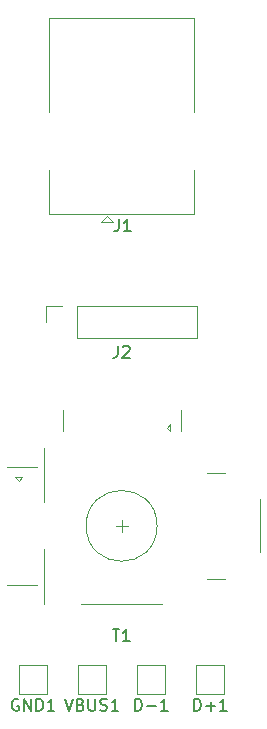
<source format=gbr>
%TF.GenerationSoftware,KiCad,Pcbnew,5.1.9-1.fc33*%
%TF.CreationDate,2021-01-14T18:54:11+01:00*%
%TF.ProjectId,Bottom,426f7474-6f6d-42e6-9b69-6361645f7063,rev?*%
%TF.SameCoordinates,PX4c4b400PY7270e00*%
%TF.FileFunction,Legend,Top*%
%TF.FilePolarity,Positive*%
%FSLAX46Y46*%
G04 Gerber Fmt 4.6, Leading zero omitted, Abs format (unit mm)*
G04 Created by KiCad (PCBNEW 5.1.9-1.fc33) date 2021-01-14 18:54:11*
%MOMM*%
%LPD*%
G01*
G04 APERTURE LIST*
%ADD10C,0.120000*%
%ADD11C,0.150000*%
G04 APERTURE END LIST*
D10*
%TO.C,J1*%
X26110000Y46400000D02*
X13890000Y46400000D01*
X26110000Y46400000D02*
X26110000Y50150000D01*
X13890000Y46400000D02*
X13890000Y50150000D01*
X26110000Y63020000D02*
X13890000Y63020000D01*
X13890000Y63020000D02*
X13890000Y55050000D01*
X26110000Y63020000D02*
X26110000Y55050000D01*
X18750000Y46200000D02*
X18250000Y45700000D01*
X18250000Y45700000D02*
X19250000Y45700000D01*
X19250000Y45700000D02*
X18750000Y46200000D01*
%TO.C,T1*%
X23000000Y20000000D02*
G75*
G03*
X23000000Y20000000I-3000000J0D01*
G01*
X20000000Y20500000D02*
X20000000Y19500000D01*
X19500000Y20000000D02*
X20500000Y20000000D01*
X31700000Y17750000D02*
X31700000Y22250000D01*
X28750000Y24500000D02*
X27250000Y24500000D01*
X27250000Y15500000D02*
X28750000Y15500000D01*
X24100000Y28000000D02*
X23800000Y28300000D01*
X23800000Y28300000D02*
X24100000Y28600000D01*
X24100000Y28600000D02*
X24100000Y28000000D01*
X11600000Y24100000D02*
X11300000Y23800000D01*
X11300000Y23800000D02*
X11000000Y24100000D01*
X11000000Y24100000D02*
X11600000Y24100000D01*
X13400000Y18000000D02*
X13400000Y13400000D01*
X16600000Y13400000D02*
X23400000Y13400000D01*
X13400000Y22000000D02*
X13400000Y26600000D01*
X12800000Y25000000D02*
X10300000Y25000000D01*
X12800000Y15000000D02*
X10300000Y15000000D01*
X25000000Y28000000D02*
X25000000Y29800000D01*
X15000000Y28000000D02*
X15000000Y29800000D01*
%TO.C,GND1*%
X11300000Y8200000D02*
X13700000Y8200000D01*
X13700000Y8200000D02*
X13700000Y5800000D01*
X13700000Y5800000D02*
X11300000Y5800000D01*
X11300000Y5800000D02*
X11300000Y8200000D01*
%TO.C,D-1*%
X21300000Y8200000D02*
X23700000Y8200000D01*
X23700000Y8200000D02*
X23700000Y5800000D01*
X23700000Y5800000D02*
X21300000Y5800000D01*
X21300000Y5800000D02*
X21300000Y8200000D01*
%TO.C,D+1*%
X26300000Y5800000D02*
X26300000Y8200000D01*
X28700000Y5800000D02*
X26300000Y5800000D01*
X28700000Y8200000D02*
X28700000Y5800000D01*
X26300000Y8200000D02*
X28700000Y8200000D01*
%TO.C,VBUS1*%
X16300000Y8200000D02*
X18700000Y8200000D01*
X18700000Y8200000D02*
X18700000Y5800000D01*
X18700000Y5800000D02*
X16300000Y5800000D01*
X16300000Y5800000D02*
X16300000Y8200000D01*
%TO.C,J2*%
X16190000Y35920000D02*
X16190000Y38580000D01*
X16190000Y35920000D02*
X26410000Y35920000D01*
X26410000Y35920000D02*
X26410000Y38580000D01*
X16190000Y38580000D02*
X26410000Y38580000D01*
X13590000Y38580000D02*
X14920000Y38580000D01*
X13590000Y37250000D02*
X13590000Y38580000D01*
%TO.C,J1*%
D11*
X19766666Y45947620D02*
X19766666Y45233334D01*
X19719047Y45090477D01*
X19623809Y44995239D01*
X19480952Y44947620D01*
X19385714Y44947620D01*
X20766666Y44947620D02*
X20195238Y44947620D01*
X20480952Y44947620D02*
X20480952Y45947620D01*
X20385714Y45804762D01*
X20290476Y45709524D01*
X20195238Y45661905D01*
%TO.C,T1*%
X19238095Y11247620D02*
X19809523Y11247620D01*
X19523809Y10247620D02*
X19523809Y11247620D01*
X20666666Y10247620D02*
X20095238Y10247620D01*
X20380952Y10247620D02*
X20380952Y11247620D01*
X20285714Y11104762D01*
X20190476Y11009524D01*
X20095238Y10961905D01*
%TO.C,GND1*%
X11261904Y5300000D02*
X11166666Y5347620D01*
X11023809Y5347620D01*
X10880952Y5300000D01*
X10785714Y5204762D01*
X10738095Y5109524D01*
X10690476Y4919048D01*
X10690476Y4776191D01*
X10738095Y4585715D01*
X10785714Y4490477D01*
X10880952Y4395239D01*
X11023809Y4347620D01*
X11119047Y4347620D01*
X11261904Y4395239D01*
X11309523Y4442858D01*
X11309523Y4776191D01*
X11119047Y4776191D01*
X11738095Y4347620D02*
X11738095Y5347620D01*
X12309523Y4347620D01*
X12309523Y5347620D01*
X12785714Y4347620D02*
X12785714Y5347620D01*
X13023809Y5347620D01*
X13166666Y5300000D01*
X13261904Y5204762D01*
X13309523Y5109524D01*
X13357142Y4919048D01*
X13357142Y4776191D01*
X13309523Y4585715D01*
X13261904Y4490477D01*
X13166666Y4395239D01*
X13023809Y4347620D01*
X12785714Y4347620D01*
X14309523Y4347620D02*
X13738095Y4347620D01*
X14023809Y4347620D02*
X14023809Y5347620D01*
X13928571Y5204762D01*
X13833333Y5109524D01*
X13738095Y5061905D01*
%TO.C,D-1*%
X21142857Y4347620D02*
X21142857Y5347620D01*
X21380952Y5347620D01*
X21523809Y5300000D01*
X21619047Y5204762D01*
X21666666Y5109524D01*
X21714285Y4919048D01*
X21714285Y4776191D01*
X21666666Y4585715D01*
X21619047Y4490477D01*
X21523809Y4395239D01*
X21380952Y4347620D01*
X21142857Y4347620D01*
X22142857Y4728572D02*
X22904761Y4728572D01*
X23904761Y4347620D02*
X23333333Y4347620D01*
X23619047Y4347620D02*
X23619047Y5347620D01*
X23523809Y5204762D01*
X23428571Y5109524D01*
X23333333Y5061905D01*
%TO.C,D+1*%
X26142857Y4347620D02*
X26142857Y5347620D01*
X26380952Y5347620D01*
X26523809Y5300000D01*
X26619047Y5204762D01*
X26666666Y5109524D01*
X26714285Y4919048D01*
X26714285Y4776191D01*
X26666666Y4585715D01*
X26619047Y4490477D01*
X26523809Y4395239D01*
X26380952Y4347620D01*
X26142857Y4347620D01*
X27142857Y4728572D02*
X27904761Y4728572D01*
X27523809Y4347620D02*
X27523809Y5109524D01*
X28904761Y4347620D02*
X28333333Y4347620D01*
X28619047Y4347620D02*
X28619047Y5347620D01*
X28523809Y5204762D01*
X28428571Y5109524D01*
X28333333Y5061905D01*
%TO.C,VBUS1*%
X15190476Y5347620D02*
X15523809Y4347620D01*
X15857142Y5347620D01*
X16523809Y4871429D02*
X16666666Y4823810D01*
X16714285Y4776191D01*
X16761904Y4680953D01*
X16761904Y4538096D01*
X16714285Y4442858D01*
X16666666Y4395239D01*
X16571428Y4347620D01*
X16190476Y4347620D01*
X16190476Y5347620D01*
X16523809Y5347620D01*
X16619047Y5300000D01*
X16666666Y5252381D01*
X16714285Y5157143D01*
X16714285Y5061905D01*
X16666666Y4966667D01*
X16619047Y4919048D01*
X16523809Y4871429D01*
X16190476Y4871429D01*
X17190476Y5347620D02*
X17190476Y4538096D01*
X17238095Y4442858D01*
X17285714Y4395239D01*
X17380952Y4347620D01*
X17571428Y4347620D01*
X17666666Y4395239D01*
X17714285Y4442858D01*
X17761904Y4538096D01*
X17761904Y5347620D01*
X18190476Y4395239D02*
X18333333Y4347620D01*
X18571428Y4347620D01*
X18666666Y4395239D01*
X18714285Y4442858D01*
X18761904Y4538096D01*
X18761904Y4633334D01*
X18714285Y4728572D01*
X18666666Y4776191D01*
X18571428Y4823810D01*
X18380952Y4871429D01*
X18285714Y4919048D01*
X18238095Y4966667D01*
X18190476Y5061905D01*
X18190476Y5157143D01*
X18238095Y5252381D01*
X18285714Y5300000D01*
X18380952Y5347620D01*
X18619047Y5347620D01*
X18761904Y5300000D01*
X19714285Y4347620D02*
X19142857Y4347620D01*
X19428571Y4347620D02*
X19428571Y5347620D01*
X19333333Y5204762D01*
X19238095Y5109524D01*
X19142857Y5061905D01*
%TO.C,J2*%
X19666666Y35247620D02*
X19666666Y34533334D01*
X19619047Y34390477D01*
X19523809Y34295239D01*
X19380952Y34247620D01*
X19285714Y34247620D01*
X20095238Y35152381D02*
X20142857Y35200000D01*
X20238095Y35247620D01*
X20476190Y35247620D01*
X20571428Y35200000D01*
X20619047Y35152381D01*
X20666666Y35057143D01*
X20666666Y34961905D01*
X20619047Y34819048D01*
X20047619Y34247620D01*
X20666666Y34247620D01*
%TD*%
M02*

</source>
